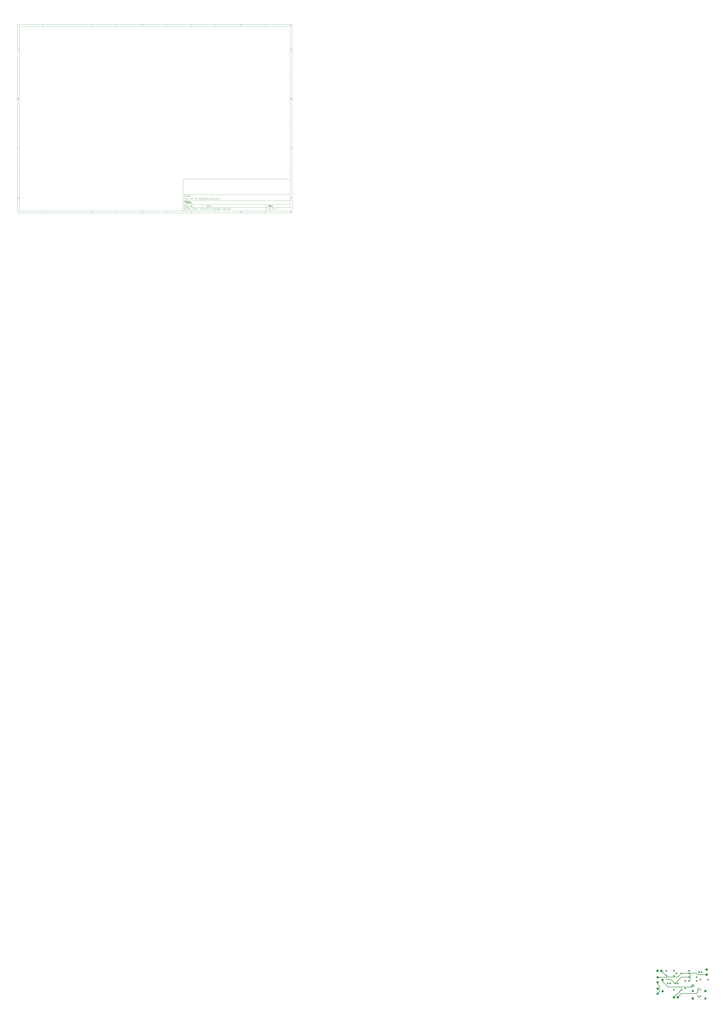
<source format=gbl>
G04 #@! TF.GenerationSoftware,KiCad,Pcbnew,5.1.5+dfsg1-2build2*
G04 #@! TF.CreationDate,2020-06-12T12:31:15-06:00*
G04 #@! TF.ProjectId,JAT 3t amplifier,4a415420-3374-4206-916d-706c69666965,rev?*
G04 #@! TF.SameCoordinates,Original*
G04 #@! TF.FileFunction,Copper,L2,Bot*
G04 #@! TF.FilePolarity,Positive*
%FSLAX46Y46*%
G04 Gerber Fmt 4.6, Leading zero omitted, Abs format (unit mm)*
G04 Created by KiCad (PCBNEW 5.1.5+dfsg1-2build2) date 2020-06-12 12:31:15*
%MOMM*%
%LPD*%
G04 APERTURE LIST*
%ADD10C,0.100000*%
%ADD11C,0.150000*%
%ADD12C,0.300000*%
%ADD13C,0.400000*%
%ADD14C,2.499360*%
%ADD15C,2.340000*%
%ADD16O,1.600000X1.600000*%
%ADD17C,1.600000*%
%ADD18R,1.600000X1.600000*%
%ADD19R,1.300000X1.300000*%
%ADD20C,1.300000*%
%ADD21O,2.200000X2.200000*%
%ADD22R,2.200000X2.200000*%
%ADD23C,0.500000*%
G04 APERTURE END LIST*
D10*
D11*
X177002200Y-166007200D02*
X177002200Y-198007200D01*
X285002200Y-198007200D01*
X285002200Y-166007200D01*
X177002200Y-166007200D01*
D10*
D11*
X10000000Y-10000000D02*
X10000000Y-200007200D01*
X287002200Y-200007200D01*
X287002200Y-10000000D01*
X10000000Y-10000000D01*
D10*
D11*
X12000000Y-12000000D02*
X12000000Y-198007200D01*
X285002200Y-198007200D01*
X285002200Y-12000000D01*
X12000000Y-12000000D01*
D10*
D11*
X60000000Y-12000000D02*
X60000000Y-10000000D01*
D10*
D11*
X110000000Y-12000000D02*
X110000000Y-10000000D01*
D10*
D11*
X160000000Y-12000000D02*
X160000000Y-10000000D01*
D10*
D11*
X210000000Y-12000000D02*
X210000000Y-10000000D01*
D10*
D11*
X260000000Y-12000000D02*
X260000000Y-10000000D01*
D10*
D11*
X36065476Y-11588095D02*
X35322619Y-11588095D01*
X35694047Y-11588095D02*
X35694047Y-10288095D01*
X35570238Y-10473809D01*
X35446428Y-10597619D01*
X35322619Y-10659523D01*
D10*
D11*
X85322619Y-10411904D02*
X85384523Y-10350000D01*
X85508333Y-10288095D01*
X85817857Y-10288095D01*
X85941666Y-10350000D01*
X86003571Y-10411904D01*
X86065476Y-10535714D01*
X86065476Y-10659523D01*
X86003571Y-10845238D01*
X85260714Y-11588095D01*
X86065476Y-11588095D01*
D10*
D11*
X135260714Y-10288095D02*
X136065476Y-10288095D01*
X135632142Y-10783333D01*
X135817857Y-10783333D01*
X135941666Y-10845238D01*
X136003571Y-10907142D01*
X136065476Y-11030952D01*
X136065476Y-11340476D01*
X136003571Y-11464285D01*
X135941666Y-11526190D01*
X135817857Y-11588095D01*
X135446428Y-11588095D01*
X135322619Y-11526190D01*
X135260714Y-11464285D01*
D10*
D11*
X185941666Y-10721428D02*
X185941666Y-11588095D01*
X185632142Y-10226190D02*
X185322619Y-11154761D01*
X186127380Y-11154761D01*
D10*
D11*
X236003571Y-10288095D02*
X235384523Y-10288095D01*
X235322619Y-10907142D01*
X235384523Y-10845238D01*
X235508333Y-10783333D01*
X235817857Y-10783333D01*
X235941666Y-10845238D01*
X236003571Y-10907142D01*
X236065476Y-11030952D01*
X236065476Y-11340476D01*
X236003571Y-11464285D01*
X235941666Y-11526190D01*
X235817857Y-11588095D01*
X235508333Y-11588095D01*
X235384523Y-11526190D01*
X235322619Y-11464285D01*
D10*
D11*
X285941666Y-10288095D02*
X285694047Y-10288095D01*
X285570238Y-10350000D01*
X285508333Y-10411904D01*
X285384523Y-10597619D01*
X285322619Y-10845238D01*
X285322619Y-11340476D01*
X285384523Y-11464285D01*
X285446428Y-11526190D01*
X285570238Y-11588095D01*
X285817857Y-11588095D01*
X285941666Y-11526190D01*
X286003571Y-11464285D01*
X286065476Y-11340476D01*
X286065476Y-11030952D01*
X286003571Y-10907142D01*
X285941666Y-10845238D01*
X285817857Y-10783333D01*
X285570238Y-10783333D01*
X285446428Y-10845238D01*
X285384523Y-10907142D01*
X285322619Y-11030952D01*
D10*
D11*
X60000000Y-198007200D02*
X60000000Y-200007200D01*
D10*
D11*
X110000000Y-198007200D02*
X110000000Y-200007200D01*
D10*
D11*
X160000000Y-198007200D02*
X160000000Y-200007200D01*
D10*
D11*
X210000000Y-198007200D02*
X210000000Y-200007200D01*
D10*
D11*
X260000000Y-198007200D02*
X260000000Y-200007200D01*
D10*
D11*
X36065476Y-199595295D02*
X35322619Y-199595295D01*
X35694047Y-199595295D02*
X35694047Y-198295295D01*
X35570238Y-198481009D01*
X35446428Y-198604819D01*
X35322619Y-198666723D01*
D10*
D11*
X85322619Y-198419104D02*
X85384523Y-198357200D01*
X85508333Y-198295295D01*
X85817857Y-198295295D01*
X85941666Y-198357200D01*
X86003571Y-198419104D01*
X86065476Y-198542914D01*
X86065476Y-198666723D01*
X86003571Y-198852438D01*
X85260714Y-199595295D01*
X86065476Y-199595295D01*
D10*
D11*
X135260714Y-198295295D02*
X136065476Y-198295295D01*
X135632142Y-198790533D01*
X135817857Y-198790533D01*
X135941666Y-198852438D01*
X136003571Y-198914342D01*
X136065476Y-199038152D01*
X136065476Y-199347676D01*
X136003571Y-199471485D01*
X135941666Y-199533390D01*
X135817857Y-199595295D01*
X135446428Y-199595295D01*
X135322619Y-199533390D01*
X135260714Y-199471485D01*
D10*
D11*
X185941666Y-198728628D02*
X185941666Y-199595295D01*
X185632142Y-198233390D02*
X185322619Y-199161961D01*
X186127380Y-199161961D01*
D10*
D11*
X236003571Y-198295295D02*
X235384523Y-198295295D01*
X235322619Y-198914342D01*
X235384523Y-198852438D01*
X235508333Y-198790533D01*
X235817857Y-198790533D01*
X235941666Y-198852438D01*
X236003571Y-198914342D01*
X236065476Y-199038152D01*
X236065476Y-199347676D01*
X236003571Y-199471485D01*
X235941666Y-199533390D01*
X235817857Y-199595295D01*
X235508333Y-199595295D01*
X235384523Y-199533390D01*
X235322619Y-199471485D01*
D10*
D11*
X285941666Y-198295295D02*
X285694047Y-198295295D01*
X285570238Y-198357200D01*
X285508333Y-198419104D01*
X285384523Y-198604819D01*
X285322619Y-198852438D01*
X285322619Y-199347676D01*
X285384523Y-199471485D01*
X285446428Y-199533390D01*
X285570238Y-199595295D01*
X285817857Y-199595295D01*
X285941666Y-199533390D01*
X286003571Y-199471485D01*
X286065476Y-199347676D01*
X286065476Y-199038152D01*
X286003571Y-198914342D01*
X285941666Y-198852438D01*
X285817857Y-198790533D01*
X285570238Y-198790533D01*
X285446428Y-198852438D01*
X285384523Y-198914342D01*
X285322619Y-199038152D01*
D10*
D11*
X10000000Y-60000000D02*
X12000000Y-60000000D01*
D10*
D11*
X10000000Y-110000000D02*
X12000000Y-110000000D01*
D10*
D11*
X10000000Y-160000000D02*
X12000000Y-160000000D01*
D10*
D11*
X10690476Y-35216666D02*
X11309523Y-35216666D01*
X10566666Y-35588095D02*
X11000000Y-34288095D01*
X11433333Y-35588095D01*
D10*
D11*
X11092857Y-84907142D02*
X11278571Y-84969047D01*
X11340476Y-85030952D01*
X11402380Y-85154761D01*
X11402380Y-85340476D01*
X11340476Y-85464285D01*
X11278571Y-85526190D01*
X11154761Y-85588095D01*
X10659523Y-85588095D01*
X10659523Y-84288095D01*
X11092857Y-84288095D01*
X11216666Y-84350000D01*
X11278571Y-84411904D01*
X11340476Y-84535714D01*
X11340476Y-84659523D01*
X11278571Y-84783333D01*
X11216666Y-84845238D01*
X11092857Y-84907142D01*
X10659523Y-84907142D01*
D10*
D11*
X11402380Y-135464285D02*
X11340476Y-135526190D01*
X11154761Y-135588095D01*
X11030952Y-135588095D01*
X10845238Y-135526190D01*
X10721428Y-135402380D01*
X10659523Y-135278571D01*
X10597619Y-135030952D01*
X10597619Y-134845238D01*
X10659523Y-134597619D01*
X10721428Y-134473809D01*
X10845238Y-134350000D01*
X11030952Y-134288095D01*
X11154761Y-134288095D01*
X11340476Y-134350000D01*
X11402380Y-134411904D01*
D10*
D11*
X10659523Y-185588095D02*
X10659523Y-184288095D01*
X10969047Y-184288095D01*
X11154761Y-184350000D01*
X11278571Y-184473809D01*
X11340476Y-184597619D01*
X11402380Y-184845238D01*
X11402380Y-185030952D01*
X11340476Y-185278571D01*
X11278571Y-185402380D01*
X11154761Y-185526190D01*
X10969047Y-185588095D01*
X10659523Y-185588095D01*
D10*
D11*
X287002200Y-60000000D02*
X285002200Y-60000000D01*
D10*
D11*
X287002200Y-110000000D02*
X285002200Y-110000000D01*
D10*
D11*
X287002200Y-160000000D02*
X285002200Y-160000000D01*
D10*
D11*
X285692676Y-35216666D02*
X286311723Y-35216666D01*
X285568866Y-35588095D02*
X286002200Y-34288095D01*
X286435533Y-35588095D01*
D10*
D11*
X286095057Y-84907142D02*
X286280771Y-84969047D01*
X286342676Y-85030952D01*
X286404580Y-85154761D01*
X286404580Y-85340476D01*
X286342676Y-85464285D01*
X286280771Y-85526190D01*
X286156961Y-85588095D01*
X285661723Y-85588095D01*
X285661723Y-84288095D01*
X286095057Y-84288095D01*
X286218866Y-84350000D01*
X286280771Y-84411904D01*
X286342676Y-84535714D01*
X286342676Y-84659523D01*
X286280771Y-84783333D01*
X286218866Y-84845238D01*
X286095057Y-84907142D01*
X285661723Y-84907142D01*
D10*
D11*
X286404580Y-135464285D02*
X286342676Y-135526190D01*
X286156961Y-135588095D01*
X286033152Y-135588095D01*
X285847438Y-135526190D01*
X285723628Y-135402380D01*
X285661723Y-135278571D01*
X285599819Y-135030952D01*
X285599819Y-134845238D01*
X285661723Y-134597619D01*
X285723628Y-134473809D01*
X285847438Y-134350000D01*
X286033152Y-134288095D01*
X286156961Y-134288095D01*
X286342676Y-134350000D01*
X286404580Y-134411904D01*
D10*
D11*
X285661723Y-185588095D02*
X285661723Y-184288095D01*
X285971247Y-184288095D01*
X286156961Y-184350000D01*
X286280771Y-184473809D01*
X286342676Y-184597619D01*
X286404580Y-184845238D01*
X286404580Y-185030952D01*
X286342676Y-185278571D01*
X286280771Y-185402380D01*
X286156961Y-185526190D01*
X285971247Y-185588095D01*
X285661723Y-185588095D01*
D10*
D11*
X200434342Y-193785771D02*
X200434342Y-192285771D01*
X200791485Y-192285771D01*
X201005771Y-192357200D01*
X201148628Y-192500057D01*
X201220057Y-192642914D01*
X201291485Y-192928628D01*
X201291485Y-193142914D01*
X201220057Y-193428628D01*
X201148628Y-193571485D01*
X201005771Y-193714342D01*
X200791485Y-193785771D01*
X200434342Y-193785771D01*
X202577200Y-193785771D02*
X202577200Y-193000057D01*
X202505771Y-192857200D01*
X202362914Y-192785771D01*
X202077200Y-192785771D01*
X201934342Y-192857200D01*
X202577200Y-193714342D02*
X202434342Y-193785771D01*
X202077200Y-193785771D01*
X201934342Y-193714342D01*
X201862914Y-193571485D01*
X201862914Y-193428628D01*
X201934342Y-193285771D01*
X202077200Y-193214342D01*
X202434342Y-193214342D01*
X202577200Y-193142914D01*
X203077200Y-192785771D02*
X203648628Y-192785771D01*
X203291485Y-192285771D02*
X203291485Y-193571485D01*
X203362914Y-193714342D01*
X203505771Y-193785771D01*
X203648628Y-193785771D01*
X204720057Y-193714342D02*
X204577200Y-193785771D01*
X204291485Y-193785771D01*
X204148628Y-193714342D01*
X204077200Y-193571485D01*
X204077200Y-193000057D01*
X204148628Y-192857200D01*
X204291485Y-192785771D01*
X204577200Y-192785771D01*
X204720057Y-192857200D01*
X204791485Y-193000057D01*
X204791485Y-193142914D01*
X204077200Y-193285771D01*
X205434342Y-193642914D02*
X205505771Y-193714342D01*
X205434342Y-193785771D01*
X205362914Y-193714342D01*
X205434342Y-193642914D01*
X205434342Y-193785771D01*
X205434342Y-192857200D02*
X205505771Y-192928628D01*
X205434342Y-193000057D01*
X205362914Y-192928628D01*
X205434342Y-192857200D01*
X205434342Y-193000057D01*
D10*
D11*
X177002200Y-194507200D02*
X285002200Y-194507200D01*
D10*
D11*
X178434342Y-196585771D02*
X178434342Y-195085771D01*
X179291485Y-196585771D02*
X178648628Y-195728628D01*
X179291485Y-195085771D02*
X178434342Y-195942914D01*
X179934342Y-196585771D02*
X179934342Y-195585771D01*
X179934342Y-195085771D02*
X179862914Y-195157200D01*
X179934342Y-195228628D01*
X180005771Y-195157200D01*
X179934342Y-195085771D01*
X179934342Y-195228628D01*
X181505771Y-196442914D02*
X181434342Y-196514342D01*
X181220057Y-196585771D01*
X181077200Y-196585771D01*
X180862914Y-196514342D01*
X180720057Y-196371485D01*
X180648628Y-196228628D01*
X180577200Y-195942914D01*
X180577200Y-195728628D01*
X180648628Y-195442914D01*
X180720057Y-195300057D01*
X180862914Y-195157200D01*
X181077200Y-195085771D01*
X181220057Y-195085771D01*
X181434342Y-195157200D01*
X181505771Y-195228628D01*
X182791485Y-196585771D02*
X182791485Y-195800057D01*
X182720057Y-195657200D01*
X182577200Y-195585771D01*
X182291485Y-195585771D01*
X182148628Y-195657200D01*
X182791485Y-196514342D02*
X182648628Y-196585771D01*
X182291485Y-196585771D01*
X182148628Y-196514342D01*
X182077200Y-196371485D01*
X182077200Y-196228628D01*
X182148628Y-196085771D01*
X182291485Y-196014342D01*
X182648628Y-196014342D01*
X182791485Y-195942914D01*
X184148628Y-196585771D02*
X184148628Y-195085771D01*
X184148628Y-196514342D02*
X184005771Y-196585771D01*
X183720057Y-196585771D01*
X183577200Y-196514342D01*
X183505771Y-196442914D01*
X183434342Y-196300057D01*
X183434342Y-195871485D01*
X183505771Y-195728628D01*
X183577200Y-195657200D01*
X183720057Y-195585771D01*
X184005771Y-195585771D01*
X184148628Y-195657200D01*
X186005771Y-195800057D02*
X186505771Y-195800057D01*
X186720057Y-196585771D02*
X186005771Y-196585771D01*
X186005771Y-195085771D01*
X186720057Y-195085771D01*
X187362914Y-196442914D02*
X187434342Y-196514342D01*
X187362914Y-196585771D01*
X187291485Y-196514342D01*
X187362914Y-196442914D01*
X187362914Y-196585771D01*
X188077200Y-196585771D02*
X188077200Y-195085771D01*
X188434342Y-195085771D01*
X188648628Y-195157200D01*
X188791485Y-195300057D01*
X188862914Y-195442914D01*
X188934342Y-195728628D01*
X188934342Y-195942914D01*
X188862914Y-196228628D01*
X188791485Y-196371485D01*
X188648628Y-196514342D01*
X188434342Y-196585771D01*
X188077200Y-196585771D01*
X189577200Y-196442914D02*
X189648628Y-196514342D01*
X189577200Y-196585771D01*
X189505771Y-196514342D01*
X189577200Y-196442914D01*
X189577200Y-196585771D01*
X190220057Y-196157200D02*
X190934342Y-196157200D01*
X190077200Y-196585771D02*
X190577200Y-195085771D01*
X191077200Y-196585771D01*
X191577200Y-196442914D02*
X191648628Y-196514342D01*
X191577200Y-196585771D01*
X191505771Y-196514342D01*
X191577200Y-196442914D01*
X191577200Y-196585771D01*
X194577200Y-196585771D02*
X194577200Y-195085771D01*
X194720057Y-196014342D02*
X195148628Y-196585771D01*
X195148628Y-195585771D02*
X194577200Y-196157200D01*
X195791485Y-196585771D02*
X195791485Y-195585771D01*
X195791485Y-195085771D02*
X195720057Y-195157200D01*
X195791485Y-195228628D01*
X195862914Y-195157200D01*
X195791485Y-195085771D01*
X195791485Y-195228628D01*
X197148628Y-196514342D02*
X197005771Y-196585771D01*
X196720057Y-196585771D01*
X196577200Y-196514342D01*
X196505771Y-196442914D01*
X196434342Y-196300057D01*
X196434342Y-195871485D01*
X196505771Y-195728628D01*
X196577200Y-195657200D01*
X196720057Y-195585771D01*
X197005771Y-195585771D01*
X197148628Y-195657200D01*
X198434342Y-196585771D02*
X198434342Y-195800057D01*
X198362914Y-195657200D01*
X198220057Y-195585771D01*
X197934342Y-195585771D01*
X197791485Y-195657200D01*
X198434342Y-196514342D02*
X198291485Y-196585771D01*
X197934342Y-196585771D01*
X197791485Y-196514342D01*
X197720057Y-196371485D01*
X197720057Y-196228628D01*
X197791485Y-196085771D01*
X197934342Y-196014342D01*
X198291485Y-196014342D01*
X198434342Y-195942914D01*
X199791485Y-196585771D02*
X199791485Y-195085771D01*
X199791485Y-196514342D02*
X199648628Y-196585771D01*
X199362914Y-196585771D01*
X199220057Y-196514342D01*
X199148628Y-196442914D01*
X199077200Y-196300057D01*
X199077200Y-195871485D01*
X199148628Y-195728628D01*
X199220057Y-195657200D01*
X199362914Y-195585771D01*
X199648628Y-195585771D01*
X199791485Y-195657200D01*
X202362914Y-195085771D02*
X201648628Y-195085771D01*
X201577200Y-195800057D01*
X201648628Y-195728628D01*
X201791485Y-195657200D01*
X202148628Y-195657200D01*
X202291485Y-195728628D01*
X202362914Y-195800057D01*
X202434342Y-195942914D01*
X202434342Y-196300057D01*
X202362914Y-196442914D01*
X202291485Y-196514342D01*
X202148628Y-196585771D01*
X201791485Y-196585771D01*
X201648628Y-196514342D01*
X201577200Y-196442914D01*
X203077200Y-196442914D02*
X203148628Y-196514342D01*
X203077200Y-196585771D01*
X203005771Y-196514342D01*
X203077200Y-196442914D01*
X203077200Y-196585771D01*
X204577200Y-196585771D02*
X203720057Y-196585771D01*
X204148628Y-196585771D02*
X204148628Y-195085771D01*
X204005771Y-195300057D01*
X203862914Y-195442914D01*
X203720057Y-195514342D01*
X205220057Y-196442914D02*
X205291485Y-196514342D01*
X205220057Y-196585771D01*
X205148628Y-196514342D01*
X205220057Y-196442914D01*
X205220057Y-196585771D01*
X206648628Y-195085771D02*
X205934342Y-195085771D01*
X205862914Y-195800057D01*
X205934342Y-195728628D01*
X206077200Y-195657200D01*
X206434342Y-195657200D01*
X206577200Y-195728628D01*
X206648628Y-195800057D01*
X206720057Y-195942914D01*
X206720057Y-196300057D01*
X206648628Y-196442914D01*
X206577200Y-196514342D01*
X206434342Y-196585771D01*
X206077200Y-196585771D01*
X205934342Y-196514342D01*
X205862914Y-196442914D01*
X207362914Y-196014342D02*
X208505771Y-196014342D01*
X207934342Y-196585771D02*
X207934342Y-195442914D01*
X209862914Y-196585771D02*
X209862914Y-195085771D01*
X209862914Y-196514342D02*
X209720057Y-196585771D01*
X209434342Y-196585771D01*
X209291485Y-196514342D01*
X209220057Y-196442914D01*
X209148628Y-196300057D01*
X209148628Y-195871485D01*
X209220057Y-195728628D01*
X209291485Y-195657200D01*
X209434342Y-195585771D01*
X209720057Y-195585771D01*
X209862914Y-195657200D01*
X210362914Y-195585771D02*
X210934342Y-195585771D01*
X210577200Y-196585771D02*
X210577200Y-195300057D01*
X210648628Y-195157200D01*
X210791485Y-195085771D01*
X210934342Y-195085771D01*
X211362914Y-196514342D02*
X211505771Y-196585771D01*
X211791485Y-196585771D01*
X211934342Y-196514342D01*
X212005771Y-196371485D01*
X212005771Y-196300057D01*
X211934342Y-196157200D01*
X211791485Y-196085771D01*
X211577200Y-196085771D01*
X211434342Y-196014342D01*
X211362914Y-195871485D01*
X211362914Y-195800057D01*
X211434342Y-195657200D01*
X211577200Y-195585771D01*
X211791485Y-195585771D01*
X211934342Y-195657200D01*
X213291485Y-195585771D02*
X213291485Y-196800057D01*
X213220057Y-196942914D01*
X213148628Y-197014342D01*
X213005771Y-197085771D01*
X212791485Y-197085771D01*
X212648628Y-197014342D01*
X213291485Y-196514342D02*
X213148628Y-196585771D01*
X212862914Y-196585771D01*
X212720057Y-196514342D01*
X212648628Y-196442914D01*
X212577200Y-196300057D01*
X212577200Y-195871485D01*
X212648628Y-195728628D01*
X212720057Y-195657200D01*
X212862914Y-195585771D01*
X213148628Y-195585771D01*
X213291485Y-195657200D01*
X214791485Y-196585771D02*
X213934342Y-196585771D01*
X214362914Y-196585771D02*
X214362914Y-195085771D01*
X214220057Y-195300057D01*
X214077200Y-195442914D01*
X213934342Y-195514342D01*
X215434342Y-196014342D02*
X216577200Y-196014342D01*
X217220057Y-195228628D02*
X217291485Y-195157200D01*
X217434342Y-195085771D01*
X217791485Y-195085771D01*
X217934342Y-195157200D01*
X218005771Y-195228628D01*
X218077200Y-195371485D01*
X218077200Y-195514342D01*
X218005771Y-195728628D01*
X217148628Y-196585771D01*
X218077200Y-196585771D01*
X218720057Y-196585771D02*
X218720057Y-195085771D01*
X218720057Y-195657200D02*
X218862914Y-195585771D01*
X219148628Y-195585771D01*
X219291485Y-195657200D01*
X219362914Y-195728628D01*
X219434342Y-195871485D01*
X219434342Y-196300057D01*
X219362914Y-196442914D01*
X219291485Y-196514342D01*
X219148628Y-196585771D01*
X218862914Y-196585771D01*
X218720057Y-196514342D01*
X220720057Y-195585771D02*
X220720057Y-196585771D01*
X220077200Y-195585771D02*
X220077200Y-196371485D01*
X220148628Y-196514342D01*
X220291485Y-196585771D01*
X220505771Y-196585771D01*
X220648628Y-196514342D01*
X220720057Y-196442914D01*
X221434342Y-196585771D02*
X221434342Y-195585771D01*
X221434342Y-195085771D02*
X221362914Y-195157200D01*
X221434342Y-195228628D01*
X221505771Y-195157200D01*
X221434342Y-195085771D01*
X221434342Y-195228628D01*
X222362914Y-196585771D02*
X222220057Y-196514342D01*
X222148628Y-196371485D01*
X222148628Y-195085771D01*
X223577200Y-196585771D02*
X223577200Y-195085771D01*
X223577200Y-196514342D02*
X223434342Y-196585771D01*
X223148628Y-196585771D01*
X223005771Y-196514342D01*
X222934342Y-196442914D01*
X222862914Y-196300057D01*
X222862914Y-195871485D01*
X222934342Y-195728628D01*
X223005771Y-195657200D01*
X223148628Y-195585771D01*
X223434342Y-195585771D01*
X223577200Y-195657200D01*
X224220057Y-195228628D02*
X224291485Y-195157200D01*
X224434342Y-195085771D01*
X224791485Y-195085771D01*
X224934342Y-195157200D01*
X225005771Y-195228628D01*
X225077200Y-195371485D01*
X225077200Y-195514342D01*
X225005771Y-195728628D01*
X224148628Y-196585771D01*
X225077200Y-196585771D01*
D10*
D11*
X177002200Y-191507200D02*
X285002200Y-191507200D01*
D10*
D12*
X264411485Y-193785771D02*
X263911485Y-193071485D01*
X263554342Y-193785771D02*
X263554342Y-192285771D01*
X264125771Y-192285771D01*
X264268628Y-192357200D01*
X264340057Y-192428628D01*
X264411485Y-192571485D01*
X264411485Y-192785771D01*
X264340057Y-192928628D01*
X264268628Y-193000057D01*
X264125771Y-193071485D01*
X263554342Y-193071485D01*
X265625771Y-193714342D02*
X265482914Y-193785771D01*
X265197200Y-193785771D01*
X265054342Y-193714342D01*
X264982914Y-193571485D01*
X264982914Y-193000057D01*
X265054342Y-192857200D01*
X265197200Y-192785771D01*
X265482914Y-192785771D01*
X265625771Y-192857200D01*
X265697200Y-193000057D01*
X265697200Y-193142914D01*
X264982914Y-193285771D01*
X266197200Y-192785771D02*
X266554342Y-193785771D01*
X266911485Y-192785771D01*
X267482914Y-193642914D02*
X267554342Y-193714342D01*
X267482914Y-193785771D01*
X267411485Y-193714342D01*
X267482914Y-193642914D01*
X267482914Y-193785771D01*
X267482914Y-192857200D02*
X267554342Y-192928628D01*
X267482914Y-193000057D01*
X267411485Y-192928628D01*
X267482914Y-192857200D01*
X267482914Y-193000057D01*
D10*
D11*
X178362914Y-193714342D02*
X178577200Y-193785771D01*
X178934342Y-193785771D01*
X179077200Y-193714342D01*
X179148628Y-193642914D01*
X179220057Y-193500057D01*
X179220057Y-193357200D01*
X179148628Y-193214342D01*
X179077200Y-193142914D01*
X178934342Y-193071485D01*
X178648628Y-193000057D01*
X178505771Y-192928628D01*
X178434342Y-192857200D01*
X178362914Y-192714342D01*
X178362914Y-192571485D01*
X178434342Y-192428628D01*
X178505771Y-192357200D01*
X178648628Y-192285771D01*
X179005771Y-192285771D01*
X179220057Y-192357200D01*
X179862914Y-193785771D02*
X179862914Y-192785771D01*
X179862914Y-192285771D02*
X179791485Y-192357200D01*
X179862914Y-192428628D01*
X179934342Y-192357200D01*
X179862914Y-192285771D01*
X179862914Y-192428628D01*
X180434342Y-192785771D02*
X181220057Y-192785771D01*
X180434342Y-193785771D01*
X181220057Y-193785771D01*
X182362914Y-193714342D02*
X182220057Y-193785771D01*
X181934342Y-193785771D01*
X181791485Y-193714342D01*
X181720057Y-193571485D01*
X181720057Y-193000057D01*
X181791485Y-192857200D01*
X181934342Y-192785771D01*
X182220057Y-192785771D01*
X182362914Y-192857200D01*
X182434342Y-193000057D01*
X182434342Y-193142914D01*
X181720057Y-193285771D01*
X183077200Y-193642914D02*
X183148628Y-193714342D01*
X183077200Y-193785771D01*
X183005771Y-193714342D01*
X183077200Y-193642914D01*
X183077200Y-193785771D01*
X183077200Y-192857200D02*
X183148628Y-192928628D01*
X183077200Y-193000057D01*
X183005771Y-192928628D01*
X183077200Y-192857200D01*
X183077200Y-193000057D01*
X184862914Y-193357200D02*
X185577200Y-193357200D01*
X184720057Y-193785771D02*
X185220057Y-192285771D01*
X185720057Y-193785771D01*
X186862914Y-192785771D02*
X186862914Y-193785771D01*
X186505771Y-192214342D02*
X186148628Y-193285771D01*
X187077200Y-193285771D01*
D10*
D11*
X263434342Y-196585771D02*
X263434342Y-195085771D01*
X264791485Y-196585771D02*
X264791485Y-195085771D01*
X264791485Y-196514342D02*
X264648628Y-196585771D01*
X264362914Y-196585771D01*
X264220057Y-196514342D01*
X264148628Y-196442914D01*
X264077200Y-196300057D01*
X264077200Y-195871485D01*
X264148628Y-195728628D01*
X264220057Y-195657200D01*
X264362914Y-195585771D01*
X264648628Y-195585771D01*
X264791485Y-195657200D01*
X265505771Y-196442914D02*
X265577200Y-196514342D01*
X265505771Y-196585771D01*
X265434342Y-196514342D01*
X265505771Y-196442914D01*
X265505771Y-196585771D01*
X265505771Y-195657200D02*
X265577200Y-195728628D01*
X265505771Y-195800057D01*
X265434342Y-195728628D01*
X265505771Y-195657200D01*
X265505771Y-195800057D01*
X268148628Y-196585771D02*
X267291485Y-196585771D01*
X267720057Y-196585771D02*
X267720057Y-195085771D01*
X267577200Y-195300057D01*
X267434342Y-195442914D01*
X267291485Y-195514342D01*
X269862914Y-195014342D02*
X268577200Y-196942914D01*
X271148628Y-196585771D02*
X270291485Y-196585771D01*
X270720057Y-196585771D02*
X270720057Y-195085771D01*
X270577200Y-195300057D01*
X270434342Y-195442914D01*
X270291485Y-195514342D01*
D10*
D11*
X177002200Y-187507200D02*
X285002200Y-187507200D01*
D10*
D13*
X178714580Y-188211961D02*
X179857438Y-188211961D01*
X179036009Y-190211961D02*
X179286009Y-188211961D01*
X180274104Y-190211961D02*
X180440771Y-188878628D01*
X180524104Y-188211961D02*
X180416961Y-188307200D01*
X180500295Y-188402438D01*
X180607438Y-188307200D01*
X180524104Y-188211961D01*
X180500295Y-188402438D01*
X181107438Y-188878628D02*
X181869342Y-188878628D01*
X181476485Y-188211961D02*
X181262200Y-189926247D01*
X181333628Y-190116723D01*
X181512200Y-190211961D01*
X181702676Y-190211961D01*
X182655057Y-190211961D02*
X182476485Y-190116723D01*
X182405057Y-189926247D01*
X182619342Y-188211961D01*
X184190771Y-190116723D02*
X183988390Y-190211961D01*
X183607438Y-190211961D01*
X183428866Y-190116723D01*
X183357438Y-189926247D01*
X183452676Y-189164342D01*
X183571723Y-188973866D01*
X183774104Y-188878628D01*
X184155057Y-188878628D01*
X184333628Y-188973866D01*
X184405057Y-189164342D01*
X184381247Y-189354819D01*
X183405057Y-189545295D01*
X185155057Y-190021485D02*
X185238390Y-190116723D01*
X185131247Y-190211961D01*
X185047914Y-190116723D01*
X185155057Y-190021485D01*
X185131247Y-190211961D01*
X185286009Y-188973866D02*
X185369342Y-189069104D01*
X185262200Y-189164342D01*
X185178866Y-189069104D01*
X185286009Y-188973866D01*
X185262200Y-189164342D01*
D10*
D11*
X178934342Y-185600057D02*
X178434342Y-185600057D01*
X178434342Y-186385771D02*
X178434342Y-184885771D01*
X179148628Y-184885771D01*
X179720057Y-186385771D02*
X179720057Y-185385771D01*
X179720057Y-184885771D02*
X179648628Y-184957200D01*
X179720057Y-185028628D01*
X179791485Y-184957200D01*
X179720057Y-184885771D01*
X179720057Y-185028628D01*
X180648628Y-186385771D02*
X180505771Y-186314342D01*
X180434342Y-186171485D01*
X180434342Y-184885771D01*
X181791485Y-186314342D02*
X181648628Y-186385771D01*
X181362914Y-186385771D01*
X181220057Y-186314342D01*
X181148628Y-186171485D01*
X181148628Y-185600057D01*
X181220057Y-185457200D01*
X181362914Y-185385771D01*
X181648628Y-185385771D01*
X181791485Y-185457200D01*
X181862914Y-185600057D01*
X181862914Y-185742914D01*
X181148628Y-185885771D01*
X182505771Y-186242914D02*
X182577200Y-186314342D01*
X182505771Y-186385771D01*
X182434342Y-186314342D01*
X182505771Y-186242914D01*
X182505771Y-186385771D01*
X182505771Y-185457200D02*
X182577200Y-185528628D01*
X182505771Y-185600057D01*
X182434342Y-185528628D01*
X182505771Y-185457200D01*
X182505771Y-185600057D01*
X184791485Y-184885771D02*
X184791485Y-185957200D01*
X184720057Y-186171485D01*
X184577200Y-186314342D01*
X184362914Y-186385771D01*
X184220057Y-186385771D01*
X185434342Y-185957200D02*
X186148628Y-185957200D01*
X185291485Y-186385771D02*
X185791485Y-184885771D01*
X186291485Y-186385771D01*
X186577200Y-184885771D02*
X187434342Y-184885771D01*
X187005771Y-186385771D02*
X187005771Y-184885771D01*
X188934342Y-184885771D02*
X189862914Y-184885771D01*
X189362914Y-185457200D01*
X189577200Y-185457200D01*
X189720057Y-185528628D01*
X189791485Y-185600057D01*
X189862914Y-185742914D01*
X189862914Y-186100057D01*
X189791485Y-186242914D01*
X189720057Y-186314342D01*
X189577200Y-186385771D01*
X189148628Y-186385771D01*
X189005771Y-186314342D01*
X188934342Y-186242914D01*
X190291485Y-185385771D02*
X190862914Y-185385771D01*
X190505771Y-184885771D02*
X190505771Y-186171485D01*
X190577200Y-186314342D01*
X190720057Y-186385771D01*
X190862914Y-186385771D01*
X193148628Y-186385771D02*
X193148628Y-185600057D01*
X193077200Y-185457200D01*
X192934342Y-185385771D01*
X192648628Y-185385771D01*
X192505771Y-185457200D01*
X193148628Y-186314342D02*
X193005771Y-186385771D01*
X192648628Y-186385771D01*
X192505771Y-186314342D01*
X192434342Y-186171485D01*
X192434342Y-186028628D01*
X192505771Y-185885771D01*
X192648628Y-185814342D01*
X193005771Y-185814342D01*
X193148628Y-185742914D01*
X193862914Y-186385771D02*
X193862914Y-185385771D01*
X193862914Y-185528628D02*
X193934342Y-185457200D01*
X194077200Y-185385771D01*
X194291485Y-185385771D01*
X194434342Y-185457200D01*
X194505771Y-185600057D01*
X194505771Y-186385771D01*
X194505771Y-185600057D02*
X194577200Y-185457200D01*
X194720057Y-185385771D01*
X194934342Y-185385771D01*
X195077200Y-185457200D01*
X195148628Y-185600057D01*
X195148628Y-186385771D01*
X195862914Y-185385771D02*
X195862914Y-186885771D01*
X195862914Y-185457200D02*
X196005771Y-185385771D01*
X196291485Y-185385771D01*
X196434342Y-185457200D01*
X196505771Y-185528628D01*
X196577200Y-185671485D01*
X196577200Y-186100057D01*
X196505771Y-186242914D01*
X196434342Y-186314342D01*
X196291485Y-186385771D01*
X196005771Y-186385771D01*
X195862914Y-186314342D01*
X197434342Y-186385771D02*
X197291485Y-186314342D01*
X197220057Y-186171485D01*
X197220057Y-184885771D01*
X198005771Y-186385771D02*
X198005771Y-185385771D01*
X198005771Y-184885771D02*
X197934342Y-184957200D01*
X198005771Y-185028628D01*
X198077200Y-184957200D01*
X198005771Y-184885771D01*
X198005771Y-185028628D01*
X198505771Y-185385771D02*
X199077200Y-185385771D01*
X198720057Y-186385771D02*
X198720057Y-185100057D01*
X198791485Y-184957200D01*
X198934342Y-184885771D01*
X199077200Y-184885771D01*
X199577200Y-186385771D02*
X199577200Y-185385771D01*
X199577200Y-184885771D02*
X199505771Y-184957200D01*
X199577200Y-185028628D01*
X199648628Y-184957200D01*
X199577200Y-184885771D01*
X199577200Y-185028628D01*
X200862914Y-186314342D02*
X200720057Y-186385771D01*
X200434342Y-186385771D01*
X200291485Y-186314342D01*
X200220057Y-186171485D01*
X200220057Y-185600057D01*
X200291485Y-185457200D01*
X200434342Y-185385771D01*
X200720057Y-185385771D01*
X200862914Y-185457200D01*
X200934342Y-185600057D01*
X200934342Y-185742914D01*
X200220057Y-185885771D01*
X201577200Y-186385771D02*
X201577200Y-185385771D01*
X201577200Y-185671485D02*
X201648628Y-185528628D01*
X201720057Y-185457200D01*
X201862914Y-185385771D01*
X202005771Y-185385771D01*
X202505771Y-186242914D02*
X202577200Y-186314342D01*
X202505771Y-186385771D01*
X202434342Y-186314342D01*
X202505771Y-186242914D01*
X202505771Y-186385771D01*
X203220057Y-186385771D02*
X203220057Y-184885771D01*
X203362914Y-185814342D02*
X203791485Y-186385771D01*
X203791485Y-185385771D02*
X203220057Y-185957200D01*
X204434342Y-186385771D02*
X204434342Y-185385771D01*
X204434342Y-184885771D02*
X204362914Y-184957200D01*
X204434342Y-185028628D01*
X204505771Y-184957200D01*
X204434342Y-184885771D01*
X204434342Y-185028628D01*
X205791485Y-186314342D02*
X205648628Y-186385771D01*
X205362914Y-186385771D01*
X205220057Y-186314342D01*
X205148628Y-186242914D01*
X205077200Y-186100057D01*
X205077200Y-185671485D01*
X205148628Y-185528628D01*
X205220057Y-185457200D01*
X205362914Y-185385771D01*
X205648628Y-185385771D01*
X205791485Y-185457200D01*
X207077200Y-186385771D02*
X207077200Y-185600057D01*
X207005771Y-185457200D01*
X206862914Y-185385771D01*
X206577200Y-185385771D01*
X206434342Y-185457200D01*
X207077200Y-186314342D02*
X206934342Y-186385771D01*
X206577200Y-186385771D01*
X206434342Y-186314342D01*
X206362914Y-186171485D01*
X206362914Y-186028628D01*
X206434342Y-185885771D01*
X206577200Y-185814342D01*
X206934342Y-185814342D01*
X207077200Y-185742914D01*
X208434342Y-186385771D02*
X208434342Y-184885771D01*
X208434342Y-186314342D02*
X208291485Y-186385771D01*
X208005771Y-186385771D01*
X207862914Y-186314342D01*
X207791485Y-186242914D01*
X207720057Y-186100057D01*
X207720057Y-185671485D01*
X207791485Y-185528628D01*
X207862914Y-185457200D01*
X208005771Y-185385771D01*
X208291485Y-185385771D01*
X208434342Y-185457200D01*
X208791485Y-186528628D02*
X209934342Y-186528628D01*
X210291485Y-185385771D02*
X210291485Y-186885771D01*
X210291485Y-185457200D02*
X210434342Y-185385771D01*
X210720057Y-185385771D01*
X210862914Y-185457200D01*
X210934342Y-185528628D01*
X211005771Y-185671485D01*
X211005771Y-186100057D01*
X210934342Y-186242914D01*
X210862914Y-186314342D01*
X210720057Y-186385771D01*
X210434342Y-186385771D01*
X210291485Y-186314342D01*
X212291485Y-186314342D02*
X212148628Y-186385771D01*
X211862914Y-186385771D01*
X211720057Y-186314342D01*
X211648628Y-186242914D01*
X211577200Y-186100057D01*
X211577200Y-185671485D01*
X211648628Y-185528628D01*
X211720057Y-185457200D01*
X211862914Y-185385771D01*
X212148628Y-185385771D01*
X212291485Y-185457200D01*
X212934342Y-186385771D02*
X212934342Y-184885771D01*
X212934342Y-185457200D02*
X213077200Y-185385771D01*
X213362914Y-185385771D01*
X213505771Y-185457200D01*
X213577200Y-185528628D01*
X213648628Y-185671485D01*
X213648628Y-186100057D01*
X213577200Y-186242914D01*
X213505771Y-186314342D01*
X213362914Y-186385771D01*
X213077200Y-186385771D01*
X212934342Y-186314342D01*
D10*
D11*
X177002200Y-181507200D02*
X285002200Y-181507200D01*
D10*
D11*
X178362914Y-183614342D02*
X178577200Y-183685771D01*
X178934342Y-183685771D01*
X179077200Y-183614342D01*
X179148628Y-183542914D01*
X179220057Y-183400057D01*
X179220057Y-183257200D01*
X179148628Y-183114342D01*
X179077200Y-183042914D01*
X178934342Y-182971485D01*
X178648628Y-182900057D01*
X178505771Y-182828628D01*
X178434342Y-182757200D01*
X178362914Y-182614342D01*
X178362914Y-182471485D01*
X178434342Y-182328628D01*
X178505771Y-182257200D01*
X178648628Y-182185771D01*
X179005771Y-182185771D01*
X179220057Y-182257200D01*
X179862914Y-183685771D02*
X179862914Y-182185771D01*
X180505771Y-183685771D02*
X180505771Y-182900057D01*
X180434342Y-182757200D01*
X180291485Y-182685771D01*
X180077200Y-182685771D01*
X179934342Y-182757200D01*
X179862914Y-182828628D01*
X181791485Y-183614342D02*
X181648628Y-183685771D01*
X181362914Y-183685771D01*
X181220057Y-183614342D01*
X181148628Y-183471485D01*
X181148628Y-182900057D01*
X181220057Y-182757200D01*
X181362914Y-182685771D01*
X181648628Y-182685771D01*
X181791485Y-182757200D01*
X181862914Y-182900057D01*
X181862914Y-183042914D01*
X181148628Y-183185771D01*
X183077200Y-183614342D02*
X182934342Y-183685771D01*
X182648628Y-183685771D01*
X182505771Y-183614342D01*
X182434342Y-183471485D01*
X182434342Y-182900057D01*
X182505771Y-182757200D01*
X182648628Y-182685771D01*
X182934342Y-182685771D01*
X183077200Y-182757200D01*
X183148628Y-182900057D01*
X183148628Y-183042914D01*
X182434342Y-183185771D01*
X183577200Y-182685771D02*
X184148628Y-182685771D01*
X183791485Y-182185771D02*
X183791485Y-183471485D01*
X183862914Y-183614342D01*
X184005771Y-183685771D01*
X184148628Y-183685771D01*
X184648628Y-183542914D02*
X184720057Y-183614342D01*
X184648628Y-183685771D01*
X184577200Y-183614342D01*
X184648628Y-183542914D01*
X184648628Y-183685771D01*
X184648628Y-182757200D02*
X184720057Y-182828628D01*
X184648628Y-182900057D01*
X184577200Y-182828628D01*
X184648628Y-182757200D01*
X184648628Y-182900057D01*
D10*
D11*
X197002200Y-191507200D02*
X197002200Y-194507200D01*
D10*
D11*
X261002200Y-191507200D02*
X261002200Y-198007200D01*
D14*
X704850000Y-967740000D03*
X659130000Y-963930000D03*
X675640000Y-990600000D03*
X671830000Y-990600000D03*
X704850000Y-962660000D03*
X655320000Y-963930000D03*
D15*
X655425302Y-970590000D03*
X660425302Y-973090000D03*
X655425302Y-975590000D03*
D16*
X671830000Y-982980000D03*
D17*
X679450000Y-982980000D03*
X665520000Y-976630000D03*
D18*
X668020000Y-976630000D03*
D16*
X694690000Y-970280000D03*
D17*
X687070000Y-970280000D03*
D16*
X687070000Y-974090000D03*
D17*
X694690000Y-974090000D03*
D15*
X655425302Y-981990000D03*
X660425302Y-984490000D03*
X655425302Y-986990000D03*
D17*
X679370000Y-966470000D03*
D18*
X674370000Y-966470000D03*
D16*
X698500000Y-972820000D03*
D17*
X706120000Y-972820000D03*
D16*
X683260000Y-981710000D03*
D17*
X683260000Y-974090000D03*
D16*
X671830000Y-969010000D03*
D17*
X664210000Y-969010000D03*
D16*
X664210000Y-963930000D03*
D17*
X671830000Y-963930000D03*
D19*
X695960000Y-982980000D03*
D20*
X698500000Y-982980000D03*
X697230000Y-981710000D03*
D19*
X698500000Y-989330000D03*
D20*
X695960000Y-989330000D03*
X697230000Y-990600000D03*
D19*
X689610000Y-979170000D03*
D20*
X692150000Y-979170000D03*
X690880000Y-977900000D03*
D21*
X703580000Y-991870000D03*
D22*
X703580000Y-984250000D03*
D21*
X690880000Y-984250000D03*
D22*
X690880000Y-991870000D03*
D17*
X699730000Y-965200000D03*
D18*
X697230000Y-965200000D03*
D17*
X687070000Y-966430000D03*
D18*
X687070000Y-963930000D03*
D17*
X673140000Y-976630000D03*
D18*
X675640000Y-976630000D03*
D23*
X675579999Y-970260001D02*
X679370000Y-966470000D01*
X665460001Y-970260001D02*
X675579999Y-970260001D01*
X664210000Y-969010000D02*
X665460001Y-970260001D01*
X679410000Y-966430000D02*
X679370000Y-966470000D01*
X687070000Y-966430000D02*
X679410000Y-966430000D01*
X688320001Y-967680001D02*
X687070000Y-966430000D01*
X688320001Y-972839999D02*
X688320001Y-967680001D01*
X687070000Y-974090000D02*
X688320001Y-972839999D01*
X687070000Y-966430000D02*
X694650000Y-966430000D01*
X695960000Y-967740000D02*
X704850000Y-967740000D01*
X694650000Y-966430000D02*
X695960000Y-967740000D01*
X664210000Y-969010000D02*
X659130000Y-963930000D01*
X695960000Y-982980000D02*
X695960000Y-985520000D01*
X695960000Y-985520000D02*
X694690000Y-986790000D01*
X679450000Y-986790000D02*
X675640000Y-990600000D01*
X694690000Y-986790000D02*
X679450000Y-986790000D01*
X655425302Y-970590000D02*
X663250000Y-970590000D01*
X663250000Y-970590000D02*
X665480000Y-972820000D01*
X669330000Y-972820000D02*
X673140000Y-976630000D01*
X665480000Y-972820000D02*
X669330000Y-972820000D01*
X679490000Y-970280000D02*
X673140000Y-976630000D01*
X687070000Y-970280000D02*
X679490000Y-970280000D01*
X679450000Y-982980000D02*
X671830000Y-990600000D01*
X690880000Y-980010002D02*
X690880000Y-977900000D01*
X690620001Y-980270001D02*
X690880000Y-980010002D01*
X660425302Y-974744629D02*
X665950674Y-980270001D01*
X660425302Y-973090000D02*
X660425302Y-974744629D01*
X665950674Y-980270001D02*
X690620001Y-980270001D01*
X657045303Y-985369999D02*
X655425302Y-986990000D01*
X657045303Y-978864630D02*
X657045303Y-985369999D01*
X655425302Y-977244629D02*
X657045303Y-978864630D01*
X655425302Y-975590000D02*
X655425302Y-977244629D01*
M02*

</source>
